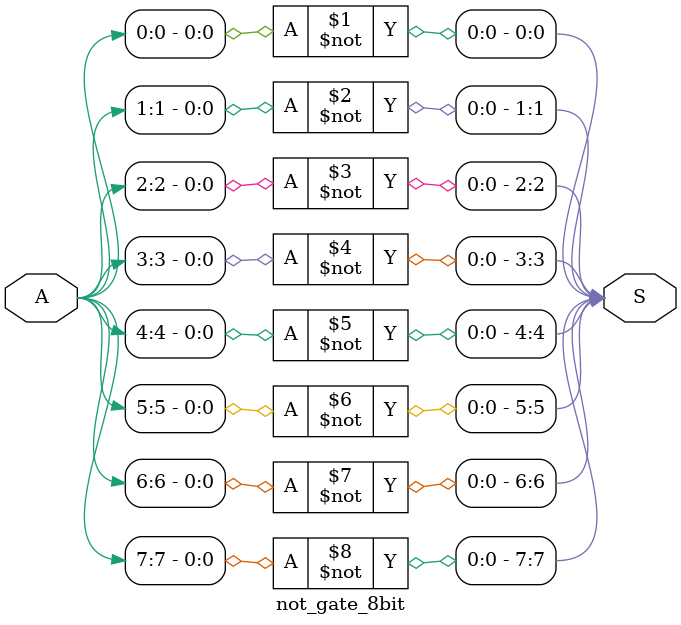
<source format=v>
module not_gate_8bit(A, S);
input  [7:0] A;
output [7:0] S;

not  bit0(S[0], A[0]);
not  bit1(S[1], A[1]);
not  bit2(S[2], A[2]);
not  bit3(S[3], A[3]);
not  bit4(S[4], A[4]);
not  bit5(S[5], A[5]);
not  bit6(S[6], A[6]);
not  bit7(S[7], A[7]);

endmodule



</source>
